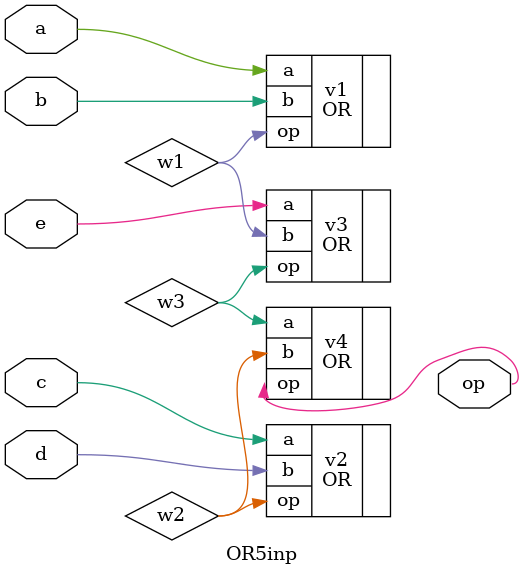
<source format=v>
`timescale 1ns / 1ps

module OR5inp(
    input a,
    input b,
    input c,
    input d,
    input e,
    output op
    );
    wire w1,w2,w3;
     OR v1(.a(a), .b(b), .op(w1)); //a|b
      OR v2(.a(c), .b(d), .op(w2)); //c|d
       OR v3(.a(e), .b(w1), .op(w3)); // e | a|b
        OR v4(.a(w3), .b(w2), .op(op)); //e | a|b  | c|d 
endmodule

</source>
